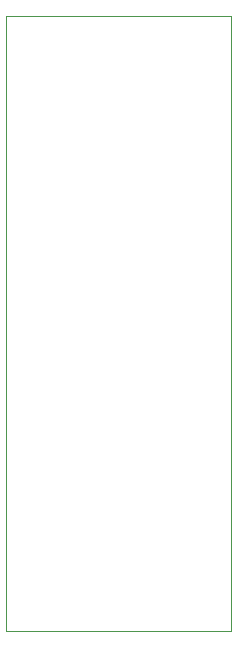
<source format=gm1>
G04 #@! TF.GenerationSoftware,KiCad,Pcbnew,6.0.2+dfsg-1*
G04 #@! TF.CreationDate,2025-08-24T00:36:08+02:00*
G04 #@! TF.ProjectId,DIP40-TO-2x20,44495034-302d-4544-9f2d-327832302e6b,rev?*
G04 #@! TF.SameCoordinates,Original*
G04 #@! TF.FileFunction,Profile,NP*
%FSLAX46Y46*%
G04 Gerber Fmt 4.6, Leading zero omitted, Abs format (unit mm)*
G04 Created by KiCad (PCBNEW 6.0.2+dfsg-1) date 2025-08-24 00:36:08*
%MOMM*%
%LPD*%
G01*
G04 APERTURE LIST*
G04 #@! TA.AperFunction,Profile*
%ADD10C,0.100000*%
G04 #@! TD*
G04 APERTURE END LIST*
D10*
X31110000Y-23495000D02*
X50160000Y-23495000D01*
X50160000Y-23495000D02*
X50160000Y-75565000D01*
X50160000Y-75565000D02*
X31110000Y-75565000D01*
X31110000Y-75565000D02*
X31110000Y-23495000D01*
M02*

</source>
